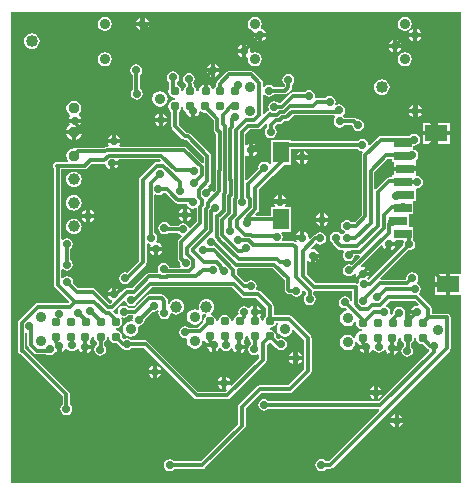
<source format=gbl>
%FSTAX23Y23*%
%MOMM*%
%SFA1B1*%

%IPPOS*%
%AMD12*
4,1,8,0.000000,0.508000,0.000000,0.508000,-0.508000,0.000000,-0.508000,0.000000,0.000000,-0.508000,0.000000,-0.508000,0.508000,0.000000,0.508000,0.000000,0.000000,0.508000,0.0*
1,1,1.016000,0.000000,0.000000*
1,1,1.016000,0.000000,0.000000*
1,1,1.016000,0.000000,0.000000*
1,1,1.016000,0.000000,0.000000*
%
G04~CAMADD=12~8~0.0~0.0~400.0~400.0~200.0~0.0~15~0.0~0.0~0.0~0.0~0~0.0~0.0~0.0~0.0~0~0.0~0.0~0.0~0.0~400.0~400.0*
%ADD12D12*%
%ADD31C,0.299999*%
%ADD32C,0.349999*%
%ADD37C,0.899998*%
%ADD38C,0.699999*%
%ADD39C,0.999998*%
%ADD40C,0.949998*%
%ADD41C,0.789998*%
%ADD42R,1.399997X1.799996*%
%ADD43R,1.399997X1.799996*%
%ADD44R,1.899996X1.399997*%
%ADD45R,1.499997X0.799998*%
%LNdatapcb-1*%
%LPD*%
G36*
X0Y-22166D02*
X-0093D01*
Y-23066*
Y-23966*
X0*
Y-39776*
X-00119Y-39895*
X-37994*
X-38099Y-39852*
Y0*
X0*
Y-22166*
G37*
%LNdatapcb-2*%
%LPC*%
G36*
X-0228Y-10441D02*
X-03255D01*
Y-11166*
X-0228*
Y-10441*
G37*
G36*
X-17628Y-11165D02*
Y-11516D01*
X-17277*
X-17285Y-11476*
X-17406Y-11294*
X-17588Y-11173*
X-17628Y-11165*
G37*
G36*
X-32973Y-10327D02*
X-33456D01*
X-33456Y-10329*
X-33388Y-10493*
X-33279Y-10634*
X-33138Y-10742*
X-32974Y-1081*
X-32973Y-1081*
Y-10327*
G37*
G36*
X-00955Y-10441D02*
X-0193D01*
Y-11166*
X-00955*
Y-10441*
G37*
G36*
X-17277Y-11866D02*
X-17628D01*
Y-12217*
X-17588Y-12209*
X-17406Y-12088*
X-17285Y-11906*
X-17277Y-11866*
G37*
G36*
X-04946Y-34762D02*
X-05297D01*
Y-35113*
X-05258Y-35105*
X-05076Y-34983*
X-04954Y-34801*
X-04946Y-34762*
G37*
G36*
X-05647Y-34061D02*
X-05687Y-34069D01*
X-05869Y-3419*
X-0599Y-34372*
X-05998Y-34412*
X-05647*
Y-34061*
G37*
G36*
Y-34762D02*
X-05998D01*
X-0599Y-34801*
X-05869Y-34983*
X-05687Y-35105*
X-05647Y-35113*
Y-34762*
G37*
G36*
X-25619Y-09294D02*
X-2597D01*
X-25962Y-09334*
X-2584Y-09516*
X-25658Y-09637*
X-25619Y-09645*
Y-09294*
G37*
G36*
X-32144Y-09383D02*
X-33196D01*
X-33188Y-09423*
X-33125Y-09518*
X-33138Y-09563*
X-33279Y-09671*
X-33388Y-09812*
X-33456Y-09976*
X-33456Y-09977*
X-3214*
X-3214Y-09976*
X-32208Y-09812*
X-32258Y-09747*
X-32274Y-09605*
X-32152Y-09423*
X-32144Y-09383*
G37*
G36*
X-32797Y-07511D02*
X-33041Y-0756D01*
X-33248Y-07698*
X-33386Y-07904*
X-33435Y-08148*
X-33386Y-08392*
X-33248Y-08599*
X-33112Y-0869*
X-3307Y-08802*
X-33089Y-08846*
X-33188Y-08994*
X-33196Y-09033*
X-32144*
X-32152Y-08994*
X-32274Y-08812*
X-32355Y-08757*
Y-08605*
X-32347Y-08599*
X-32209Y-08392*
X-3216Y-08148*
X-32209Y-07904*
X-32347Y-07698*
X-32553Y-0756*
X-32797Y-07511*
G37*
G36*
X-24918Y-09294D02*
X-25269D01*
Y-09645*
X-25229Y-09637*
X-25047Y-09516*
X-24926Y-09334*
X-24918Y-09294*
G37*
G36*
X-00955Y-09366D02*
X-0193D01*
Y-10091*
X-00955*
Y-09366*
G37*
G36*
X-29579Y-10414D02*
X-29619Y-10422D01*
X-29801Y-10543*
X-29922Y-10725*
X-2993Y-10765*
X-29579*
Y-10414*
G37*
G36*
X-3214Y-10327D02*
X-32623D01*
Y-1081*
X-32622Y-1081*
X-32458Y-10742*
X-32317Y-10634*
X-32208Y-10493*
X-3214Y-10329*
X-3214Y-10327*
G37*
G36*
X-0228Y-09366D02*
X-03255D01*
Y-10091*
X-0228*
Y-09366*
G37*
G36*
X-29229Y-10414D02*
Y-10765D01*
X-28878*
X-28886Y-10725*
X-29008Y-10543*
X-29189Y-10422*
X-29229Y-10414*
G37*
G36*
X-14208Y-28774D02*
X-14247Y-28782D01*
X-14429Y-28904*
X-14551Y-29086*
X-14559Y-29125*
X-14208*
Y-28774*
G37*
G36*
X-13858D02*
Y-29125D01*
X-13507*
X-13514Y-29086*
X-13636Y-28904*
X-13818Y-28782*
X-13858Y-28774*
G37*
G36*
X-14208Y-29475D02*
X-14559D01*
X-14551Y-29515*
X-14429Y-29697*
X-14247Y-29818*
X-14208Y-29826*
Y-29475*
G37*
G36*
X-13507D02*
X-13858D01*
Y-29826*
X-13818Y-29818*
X-13636Y-29697*
X-13514Y-29515*
X-13507Y-29475*
G37*
G36*
X-05345Y-28663D02*
X-05696D01*
Y-29014*
X-05656Y-29006*
X-05474Y-28884*
X-05353Y-28702*
X-05345Y-28663*
G37*
G36*
X-0128Y-23241D02*
X-02255D01*
Y-23966*
X-0128*
Y-23241*
G37*
G36*
Y-22166D02*
X-02255D01*
Y-22891*
X-0128*
Y-22166*
G37*
G36*
X-3134Y-28549D02*
X-31691D01*
Y-289*
X-31652Y-28892*
X-3147Y-28771*
X-31348Y-28589*
X-3134Y-28549*
G37*
G36*
X-08197Y-2854D02*
X-08548D01*
X-0854Y-2858*
X-08419Y-28762*
X-08237Y-28883*
X-08197Y-28891*
Y-2854*
G37*
G36*
X-06715Y-3239D02*
X-07066D01*
Y-32741*
X-07026Y-32733*
X-06844Y-32612*
X-06723Y-3243*
X-06715Y-3239*
G37*
G36*
X-07416Y-31689D02*
X-07455Y-31697D01*
X-07637Y-31819*
X-07759Y-32001*
X-07767Y-3204*
X-07416*
Y-31689*
G37*
G36*
X-05297Y-34061D02*
Y-34412D01*
X-04946*
X-04954Y-34372*
X-05076Y-3419*
X-05258Y-34069*
X-05297Y-34061*
G37*
G36*
X-07416Y-3239D02*
X-07767D01*
X-07759Y-3243*
X-07637Y-32612*
X-07455Y-32733*
X-07416Y-32741*
Y-3239*
G37*
G36*
X-07066Y-31689D02*
Y-3204D01*
X-06715*
X-06723Y-32001*
X-06844Y-31819*
X-07026Y-31697*
X-07066Y-31689*
G37*
G36*
X-26117Y-29925D02*
X-26156Y-29932D01*
X-26338Y-30054*
X-2646Y-30236*
X-26468Y-30276*
X-26117*
Y-29925*
G37*
G36*
X-25767D02*
Y-30276D01*
X-25416*
X-25424Y-30236*
X-25545Y-30054*
X-25727Y-29932*
X-25767Y-29925*
G37*
G36*
X-26117Y-30626D02*
X-26468D01*
X-2646Y-30665*
X-26338Y-30847*
X-26156Y-30969*
X-26117Y-30976*
Y-30626*
G37*
G36*
X-25416D02*
X-25767D01*
Y-30976*
X-25727Y-30969*
X-25545Y-30847*
X-25424Y-30665*
X-25416Y-30626*
G37*
G36*
X-25619Y-08593D02*
X-25658Y-08601D01*
X-2584Y-08723*
X-25962Y-08905*
X-2597Y-08944*
X-25619*
Y-08593*
G37*
G36*
X-03376Y-02129D02*
X-03727D01*
Y-0248*
X-03688Y-02472*
X-03506Y-02351*
X-03384Y-02169*
X-03376Y-02129*
G37*
G36*
X-04077D02*
X-04428D01*
X-0442Y-02169*
X-04299Y-02351*
X-04117Y-02472*
X-04077Y-0248*
Y-02129*
G37*
G36*
X-16536Y-02124D02*
X-16887D01*
Y-02475*
X-16847Y-02467*
X-16665Y-02345*
X-16544Y-02163*
X-16536Y-02124*
G37*
G36*
X-17237D02*
X-17588D01*
X-1758Y-02163*
X-17458Y-02345*
X-17276Y-02467*
X-17237Y-02475*
Y-02124*
G37*
G36*
X-05439Y-02376D02*
Y-02727D01*
X-05088*
X-05096Y-02687*
X-05218Y-02506*
X-054Y-02384*
X-05439Y-02376*
G37*
G36*
X-3637Y-01807D02*
X-36542Y-01829D01*
X-36702Y-01895*
X-3684Y-02001*
X-36945Y-02138*
X-37011Y-02298*
X-37034Y-0247*
X-37011Y-02642*
X-36945Y-02802*
X-3684Y-0294*
X-36702Y-03045*
X-36542Y-03111*
X-3637Y-03134*
X-36199Y-03111*
X-36038Y-03045*
X-35901Y-0294*
X-35796Y-02802*
X-35729Y-02642*
X-35707Y-0247*
X-35729Y-02298*
X-35796Y-02138*
X-35901Y-02001*
X-36038Y-01895*
X-36199Y-01829*
X-3637Y-01807*
G37*
G36*
X-05088Y-03077D02*
X-05439D01*
Y-03428*
X-054Y-0342*
X-05218Y-03299*
X-05096Y-03117*
X-05088Y-03077*
G37*
G36*
X-05789Y-02376D02*
X-05829Y-02384D01*
X-06011Y-02506*
X-06133Y-02687*
X-0614Y-02727*
X-05789*
Y-02376*
G37*
G36*
X-18589Y-02775D02*
X-18629Y-02783D01*
X-18811Y-02905*
X-18933Y-03087*
X-1894Y-03126*
X-18589*
Y-02775*
G37*
G36*
X-26465Y-01182D02*
X-26816D01*
Y-01533*
X-26776Y-01525*
X-26594Y-01403*
X-26473Y-01221*
X-26465Y-01182*
G37*
G36*
X-27166D02*
X-27517D01*
X-27509Y-01221*
X-27387Y-01403*
X-27205Y-01525*
X-27166Y-01533*
Y-01182*
G37*
G36*
X-26816Y-00481D02*
Y-00832D01*
X-26465*
X-26473Y-00792*
X-26594Y-0061*
X-26776Y-00489*
X-26816Y-00481*
G37*
G36*
X-27166D02*
X-27205Y-00489D01*
X-27387Y-0061*
X-27509Y-00792*
X-27517Y-00832*
X-27166*
Y-00481*
G37*
G36*
X-04784Y-00388D02*
X-05019Y-00434D01*
X-05217Y-00567*
X-0535Y-00765*
X-05396Y-00999*
X-0535Y-01234*
X-05217Y-01432*
X-05019Y-01565*
X-04784Y-01611*
X-0455Y-01565*
X-04352Y-01432*
X-04219Y-01234*
X-04173Y-00999*
X-04219Y-00765*
X-04352Y-00567*
X-0455Y-00434*
X-04784Y-00388*
G37*
G36*
X-03727Y-01428D02*
Y-01779D01*
X-03376*
X-03384Y-0174*
X-03506Y-01558*
X-03688Y-01436*
X-03727Y-01428*
G37*
G36*
X-04077D02*
X-04117Y-01436D01*
X-04299Y-01558*
X-0442Y-0174*
X-04428Y-01779*
X-04077*
Y-01428*
G37*
G36*
X-30184Y-00388D02*
X-30419Y-00434D01*
X-30617Y-00567*
X-3075Y-00765*
X-30796Y-00999*
X-3075Y-01234*
X-30617Y-01432*
X-30419Y-01565*
X-30184Y-01611*
X-2995Y-01565*
X-29752Y-01432*
X-29619Y-01234*
X-29573Y-00999*
X-29619Y-00765*
X-29752Y-00567*
X-2995Y-00434*
X-30184Y-00388*
G37*
G36*
X-17484D02*
X-17719Y-00434D01*
X-17917Y-00567*
X-1805Y-00765*
X-18096Y-00999*
X-1805Y-01234*
X-17917Y-01432*
X-17719Y-01565*
X-17608Y-01587*
X-1756Y-01704*
X-1758Y-01734*
X-17588Y-01774*
X-16536*
X-16544Y-01734*
X-16665Y-01552*
X-16847Y-01431*
X-16915Y-01417*
X-16964Y-013*
X-16919Y-01234*
X-16873Y-00999*
X-16919Y-00765*
X-17052Y-00567*
X-1725Y-00434*
X-17484Y-00388*
G37*
G36*
X-27518Y-04426D02*
X-27713Y-04465D01*
X-27878Y-04575*
X-27989Y-04741*
X-28028Y-04936*
X-27989Y-05131*
X-27878Y-05296*
X-27824Y-05333*
Y-06539*
X-27829Y-06543*
X-27939Y-06708*
X-27978Y-06903*
X-27939Y-07098*
X-27829Y-07264*
X-27663Y-07374*
X-27468Y-07413*
X-27273Y-07374*
X-27108Y-07264*
X-26997Y-07098*
X-26959Y-06903*
X-26997Y-06708*
X-27108Y-06543*
X-27212Y-06473*
Y-05333*
X-27157Y-05296*
X-27047Y-05131*
X-27008Y-04936*
X-27047Y-04741*
X-27157Y-04575*
X-27323Y-04465*
X-27518Y-04426*
G37*
G36*
X-25513Y-06699D02*
X-25766Y-06749D01*
X-2598Y-06892*
X-26123Y-07106*
X-26173Y-07359*
X-26123Y-07612*
X-2598Y-07826*
X-25766Y-07969*
X-25513Y-08019*
X-2526Y-07969*
X-25046Y-07826*
X-24903Y-07612*
X-24853Y-07359*
X-24903Y-07106*
X-25046Y-06892*
X-2526Y-06749*
X-25513Y-06699*
G37*
G36*
X-21191Y-05112D02*
X-21542D01*
X-21534Y-05152*
X-21412Y-05334*
X-2123Y-05455*
X-21191Y-05463*
Y-05112*
G37*
G36*
X-06738Y-057D02*
X-06909Y-05722D01*
X-0707Y-05789*
X-07207Y-05894*
X-07312Y-06032*
X-07379Y-06192*
X-07401Y-06364*
X-07379Y-06535*
X-07312Y-06695*
X-07207Y-06833*
X-0707Y-06938*
X-06909Y-07005*
X-06738Y-07027*
X-06566Y-07005*
X-06406Y-06938*
X-06268Y-06833*
X-06163Y-06695*
X-06097Y-06535*
X-06074Y-06364*
X-06097Y-06192*
X-06163Y-06032*
X-06268Y-05894*
X-06406Y-05789*
X-06566Y-05722*
X-06738Y-057*
G37*
G36*
X-037Y-07862D02*
Y-08213D01*
X-03349*
X-03357Y-08173*
X-03478Y-07991*
X-0366Y-0787*
X-037Y-07862*
G37*
G36*
X-0405Y-08563D02*
X-04401D01*
X-04393Y-08602*
X-04271Y-08784*
X-04089Y-08906*
X-0405Y-08914*
Y-08563*
G37*
G36*
X-25269Y-08593D02*
Y-08944D01*
X-24918*
X-24926Y-08905*
X-25047Y-08723*
X-25229Y-08601*
X-25269Y-08593*
G37*
G36*
X-0405Y-07862D02*
X-04089Y-0787D01*
X-04271Y-07991*
X-04393Y-08173*
X-04401Y-08213*
X-0405*
Y-07862*
G37*
G36*
X-03349Y-08563D02*
X-037D01*
Y-08914*
X-0366Y-08906*
X-03478Y-08784*
X-03357Y-08602*
X-03349Y-08563*
G37*
G36*
X-04784Y-03388D02*
X-05019Y-03434D01*
X-05217Y-03567*
X-0535Y-03765*
X-05396Y-03999*
X-0535Y-04234*
X-05217Y-04432*
X-05019Y-04565*
X-04784Y-04611*
X-0455Y-04565*
X-04352Y-04432*
X-04219Y-04234*
X-04173Y-03999*
X-04219Y-03765*
X-04352Y-03567*
X-0455Y-03434*
X-04784Y-03388*
G37*
G36*
X-18239Y-02775D02*
Y-03301D01*
Y-03827*
X-182Y-0382*
X-18188Y-03812*
X-18074Y-03888*
X-18096Y-03999*
X-1805Y-04234*
X-17917Y-04432*
X-17719Y-04565*
X-17484Y-04611*
X-1725Y-04565*
X-17052Y-04432*
X-16919Y-04234*
X-16873Y-03999*
X-16919Y-03765*
X-17052Y-03567*
X-1725Y-03434*
X-17484Y-03388*
X-17719Y-03434*
X-17756Y-03459*
X-1787Y-03383*
X-17854Y-03301*
X-17896Y-03087*
X-18018Y-02905*
X-182Y-02783*
X-18239Y-02775*
G37*
G36*
X-05789Y-03077D02*
X-0614D01*
X-06133Y-03117*
X-06011Y-03299*
X-05829Y-0342*
X-05789Y-03428*
Y-03077*
G37*
G36*
X-18589Y-03476D02*
X-1894D01*
X-18933Y-03516*
X-18811Y-03698*
X-18629Y-0382*
X-18589Y-03827*
Y-03476*
G37*
G36*
X-30184Y-03388D02*
X-30419Y-03434D01*
X-30617Y-03567*
X-3075Y-03765*
X-30796Y-03999*
X-3075Y-04234*
X-30617Y-04432*
X-30419Y-04565*
X-30184Y-04611*
X-2995Y-04565*
X-29752Y-04432*
X-29619Y-04234*
X-29573Y-03999*
X-29619Y-03765*
X-29752Y-03567*
X-2995Y-03434*
X-30184Y-03388*
G37*
G36*
X-17833Y-04969D02*
D01*
X-19625*
X-19742Y-04992*
X-19842Y-05058*
X-20649Y-05866*
X-20715Y-05965*
X-20739Y-06082*
Y-06273*
X-20826Y-06331*
X-20933Y-06491*
X-21027Y-06492*
X-21068Y-06483*
X-21194Y-06295*
X-21391Y-06163*
X-21448Y-06152*
Y-06724*
X-21798*
Y-06152*
X-21855Y-06163*
X-22052Y-06295*
X-22183Y-06492*
X-2223Y-06724*
X-22417*
X-2246Y-06511*
X-2258Y-06331*
X-22667Y-06273*
Y-0606*
X-2268Y-05994*
X-2259Y-05858*
X-22551Y-05663*
X-2259Y-05468*
X-227Y-05303*
X-22866Y-05192*
X-23061Y-05153*
X-23256Y-05192*
X-23421Y-05303*
X-23532Y-05468*
X-2357Y-05663*
X-23532Y-05858*
X-23421Y-06024*
X-23279Y-06119*
Y-06273*
X-23366Y-06331*
X-23486Y-06511*
X-23529Y-06724*
X-23687*
X-2373Y-06511*
X-2385Y-06331*
X-2403Y-06211*
X-241Y-06197*
Y-05936*
X-24045Y-05899*
X-23935Y-05734*
X-23896Y-05539*
X-23935Y-05344*
X-24045Y-05178*
X-24211Y-05068*
X-24406Y-05029*
X-24601Y-05068*
X-24766Y-05178*
X-24877Y-05344*
X-24916Y-05539*
X-24877Y-05734*
X-24766Y-05899*
X-24712Y-05936*
Y-06444*
X-24756Y-06511*
X-24799Y-06724*
X-24756Y-06937*
X-24636Y-07117*
X-24456Y-07237*
X-24243Y-0728*
Y-07438*
X-24456Y-07481*
X-24636Y-07601*
X-24756Y-07781*
X-24799Y-07994*
X-24756Y-08207*
X-24636Y-08387*
X-24549Y-08445*
Y-09682*
Y-09682*
X-24525Y-09799*
X-24459Y-09898*
X-23633Y-10725*
X-23534Y-10791*
X-23417Y-10814*
X-23296*
X-21798Y-12312*
Y-12745*
X-21916Y-12793*
X-23224Y-11485*
X-23324Y-11418*
X-23441Y-11395*
X-28894*
X-28962Y-11268*
X-28886Y-11155*
X-28878Y-11115*
X-2993*
X-29922Y-11155*
X-29846Y-11268*
X-29914Y-11395*
X-3003*
X-30147Y-11418*
X-30247Y-11485*
X-30262Y-115*
X-32448*
X-32565Y-11523*
X-32614Y-11556*
X-32799Y-11519*
X-33043Y-11568*
X-33249Y-11706*
X-33387Y-11913*
X-33436Y-12156*
X-33387Y-124*
X-33264Y-12584*
X-33304Y-12711*
X-34261*
X-34378Y-12735*
X-34477Y-12801*
X-34543Y-129*
X-34567Y-13017*
X-34543Y-13134*
X-34477Y-13234*
X-34468Y-13242*
Y-23082*
Y-23082*
X-34445Y-23199*
X-34379Y-23298*
X-33213Y-24463*
Y-2459*
X-33259Y-24636*
X-35863*
X-35863*
X-3598Y-24659*
X-36079Y-24726*
X-37442Y-26089*
X-37508Y-26188*
X-37532Y-26305*
Y-26305*
Y-28661*
X-37508Y-28778*
X-37442Y-28877*
X-37343Y-28944*
X-37279Y-28956*
X-33735Y-32501*
Y-3321*
X-33789Y-33247*
X-339Y-33412*
X-33939Y-33607*
X-339Y-33802*
X-33789Y-33968*
X-33624Y-34078*
X-33429Y-34117*
X-33234Y-34078*
X-33068Y-33968*
X-32958Y-33802*
X-32919Y-33607*
X-32958Y-33412*
X-33068Y-33247*
X-33123Y-3321*
Y-32374*
X-33146Y-32257*
X-33213Y-32158*
X-3692Y-2845*
Y-2718*
X-36798Y-27109*
X-36726Y-27147*
Y-28192*
X-36703Y-28309*
X-36636Y-28408*
X-36169Y-28875*
X-3607Y-28942*
X-35953Y-28965*
X-35139*
X-35057Y-2902*
X-34861Y-29059*
X-34666Y-2902*
X-34501Y-28909*
X-3439Y-28744*
X-34317Y-28714*
X-34233Y-2877*
X-34193Y-28778*
Y-28252*
X-33843*
Y-28778*
X-33803Y-2877*
X-33622Y-28648*
X-33522Y-285*
X-33412Y-28484*
X-33375Y-28491*
X-33311Y-28588*
X-33145Y-28699*
X-3295Y-28738*
X-32755Y-28699*
X-3259Y-28588*
X-32531Y-28501*
X-32397Y-28528*
X-32384Y-28589*
X-32263Y-28771*
X-32081Y-28892*
X-32041Y-289*
Y-28374*
X-31866*
Y-28199*
X-3134*
X-31348Y-2816*
X-31429Y-28039*
X-31463Y-27909*
X-31332Y-27713*
X-31286Y-27481*
X-31098*
X-31056Y-27693*
X-30935Y-27873*
X-30848Y-27932*
Y-28155*
X-30939Y-28215*
X-31049Y-28381*
X-31088Y-28576*
X-31049Y-28771*
X-30939Y-28936*
X-30773Y-29047*
X-30578Y-29086*
X-30383Y-29047*
X-30218Y-28936*
X-30107Y-28771*
X-30068Y-28576*
X-30107Y-28381*
X-30218Y-28215*
X-30237Y-28203*
Y-27932*
X-3015Y-27873*
X-30029Y-27693*
X-29987Y-27481*
X-29828*
X-29786Y-27693*
X-29665Y-27873*
X-29485Y-27994*
X-29272Y-28036*
X-292Y-28022*
X-28845Y-28377*
X-28737Y-28449*
X-28693Y-28457*
X-28663Y-28503*
X-28498Y-28614*
X-28302Y-28652*
X-28107Y-28614*
X-27942Y-28503*
X-27923Y-28474*
X-26853*
X-22626Y-32701*
X-22519Y-32773*
X-22392Y-32798*
X-19824*
X-19697Y-32773*
X-1959Y-32701*
X-1657Y-29681*
X-16498Y-29574*
X-16473Y-29447*
Y-28177*
X-16292Y-27996*
X-16219Y-2801*
X-16147Y-27996*
X-15792Y-28351*
X-15684Y-28422*
X-1564Y-28431*
X-1561Y-28477*
X-15444Y-28587*
X-15249Y-28626*
X-15054Y-28587*
X-14889Y-28477*
X-14778Y-28311*
X-1474Y-28116*
X-14778Y-27921*
X-14889Y-27756*
X-15054Y-27645*
X-15249Y-27607*
X-15444Y-27645*
X-15513Y-27691*
X-15678Y-27527*
X-15664Y-27454*
X-15706Y-27242*
X-15826Y-27061*
X-16007Y-26941*
X-16219Y-26899*
Y-2674*
X-16007Y-26698*
X-15826Y-26577*
X-15706Y-26397*
X-15692Y-26328*
X-15553*
X-15485Y-26455*
X-15559Y-26567*
X-1561Y-26819*
X-15559Y-27072*
X-15416Y-27286*
X-15202Y-27429*
X-14949Y-27479*
X-14697Y-27429*
X-14482Y-27286*
X-14339Y-27072*
X-14313Y-2694*
X-14175Y-26899*
X-13323Y-27751*
Y-30258*
X-14674Y-31609*
X-1707*
X-17197Y-31634*
X-17304Y-31706*
X-18822Y-33224*
X-18894Y-33332*
X-1892Y-33459*
Y-34891*
X-22063Y-38034*
X-24304*
X-24323Y-38005*
X-24489Y-37895*
X-24684Y-37856*
X-24879Y-37895*
X-25044Y-38005*
X-25155Y-38171*
X-25193Y-38366*
X-25155Y-38561*
X-25044Y-38726*
X-24879Y-38837*
X-24684Y-38876*
X-24489Y-38837*
X-24323Y-38726*
X-24304Y-38697*
X-21926*
X-21799Y-38672*
X-21692Y-386*
X-18354Y-35262*
X-18282Y-35155*
X-18257Y-35028*
Y-33596*
X-16933Y-32272*
X-14537*
X-1441Y-32247*
X-14302Y-32175*
X-12757Y-3063*
X-12686Y-30523*
X-1266Y-30396*
Y-27614*
X-12686Y-27487*
X-12757Y-27379*
X-14374Y-25762*
X-14482Y-25691*
X-14609Y-25665*
X-15888*
Y-24892*
X-15913Y-24766*
X-15985Y-24658*
X-16992Y-23652*
X-17099Y-2358*
X-17226Y-23555*
X-1731*
X-1737Y-23443*
X-17346Y-23406*
X-17307Y-23211*
X-17346Y-23016*
X-17456Y-22851*
X-17622Y-2274*
X-17817Y-22701*
X-18012Y-2274*
X-18177Y-22851*
X-18313Y-22826*
X-18983Y-22156*
Y-21828*
X-18986Y-21814*
X-18881Y-21687*
X-15956*
X-14961Y-22681*
Y-23526*
X-14938Y-23643*
X-14872Y-23742*
X-14795Y-23819*
Y-23819*
X-14695Y-23885*
X-14578Y-23908*
X-14347*
X-14311Y-23963*
X-14145Y-24074*
X-1395Y-24112*
X-13755Y-24074*
X-1359Y-23963*
X-13479Y-23798*
X-13446Y-23629*
X-13328Y-23567*
X-13146Y-23749*
Y-239*
X-13201Y-23937*
X-13312Y-24102*
X-1335Y-24297*
X-13312Y-24492*
X-13201Y-24658*
X-13036Y-24768*
X-12841Y-24807*
X-12646Y-24768*
X-1248Y-24658*
X-1237Y-24492*
X-12331Y-24297*
X-1237Y-24102*
X-1248Y-23937*
X-12535Y-239*
Y-23703*
X-12451Y-23602*
X-12411Y-23592*
X-09237*
Y-24508*
X-09364Y-2452*
X-0939Y-24388*
X-09501Y-24222*
X-09666Y-24112*
X-09861Y-24073*
X-10056Y-24112*
X-10222Y-24222*
X-10332Y-24388*
X-10371Y-24583*
X-10332Y-24778*
X-10222Y-24943*
X-10056Y-25054*
X-09861Y-25093*
X-09795Y-25079*
X-09705Y-25169*
X-09747Y-25307*
X-09879Y-25333*
X-10094Y-25476*
X-10237Y-2569*
X-10287Y-25943*
X-10237Y-26196*
X-10094Y-2641*
X-09879Y-26553*
X-09627Y-26603*
X-09374Y-26553*
X-0916Y-2641*
X-09019Y-262*
X-09016Y-26196*
X-08881Y-26162*
X-0888Y-26163*
X-08912Y-26324*
X-0887Y-26537*
X-0875Y-26717*
X-08569Y-26837*
X-08412Y-26869*
Y-26998*
X-08589Y-27034*
X-08786Y-27165*
X-08917Y-27362*
X-0896Y-27578*
X-09008Y-27602*
X-09088Y-27617*
X-0916Y-27508*
X-09374Y-27365*
X-09627Y-27315*
X-09879Y-27365*
X-10094Y-27508*
X-10237Y-27722*
X-10287Y-27975*
X-10237Y-28228*
X-10094Y-28442*
X-09879Y-28585*
X-09627Y-28635*
X-09374Y-28585*
X-0916Y-28442*
X-09017Y-28228*
X-08967Y-2798*
X-08952Y-2797*
X-08845Y-27934*
X-08786Y-28023*
X-08589Y-28155*
X-08543Y-28164*
X-08548Y-2819*
X-08022*
Y-28365*
X-07847*
Y-28891*
X-07808Y-28883*
X-07626Y-28762*
X-07527Y-28614*
X-07416Y-28598*
X-0738Y-28605*
X-07315Y-28702*
X-0715Y-28812*
X-06954Y-28851*
X-06759Y-28812*
X-06594Y-28702*
X-06536Y-28615*
X-06401Y-28641*
X-06389Y-28702*
X-06267Y-28884*
X-06085Y-29006*
X-06046Y-29014*
Y-28488*
X-05871*
Y-28313*
X-05345*
X-05353Y-28273*
X-05433Y-28153*
X-05468Y-28023*
X-05336Y-27826*
X-0529Y-27594*
X-05102*
X-0506Y-27807*
X-0494Y-27987*
X-04853Y-28045*
Y-28268*
X-04943Y-28329*
X-05054Y-28494*
X-05092Y-28689*
X-05054Y-28884*
X-04943Y-2905*
X-04778Y-2916*
X-04583Y-29199*
X-04387Y-2916*
X-04222Y-2905*
X-04112Y-28884*
X-04073Y-28689*
X-04112Y-28494*
X-04222Y-28329*
X-04241Y-28316*
Y-28045*
X-04154Y-27987*
X-04033Y-27807*
X-03991Y-27594*
X-03832*
X-0379Y-27807*
X-0367Y-27987*
X-03489Y-28107*
X-03277Y-2815*
X-03204Y-28135*
X-02849Y-2849*
X-02742Y-28562*
X-02697Y-28675*
X-02725Y-28731*
X-06925Y-32931*
X-16311*
X-1633Y-32902*
X-16495Y-32792*
X-16691Y-32753*
X-16886Y-32792*
X-17051Y-32902*
X-17162Y-33068*
X-172Y-33263*
X-17162Y-33458*
X-17051Y-33623*
X-16886Y-33734*
X-16691Y-33773*
X-16495Y-33734*
X-1633Y-33623*
X-16311Y-33594*
X-07008*
X-06973Y-33617*
X-06967Y-33624*
X-06934Y-33757*
X-11226Y-3805*
X-11438*
X-11474Y-37995*
X-1164Y-37885*
X-11835Y-37846*
X-1203Y-37885*
X-12195Y-37995*
X-12306Y-38161*
X-12345Y-38356*
X-12306Y-38551*
X-12195Y-38716*
X-1203Y-38827*
X-11835Y-38866*
X-1164Y-38827*
X-11474Y-38716*
X-11438Y-38662*
X-111*
Y-38662*
X-10983Y-38638*
X-10883Y-38572*
X-00993Y-28682*
X-00927Y-28582*
X-00903Y-28465*
Y-25864*
X-00927Y-25747*
X-00993Y-25648*
X-01092Y-25582*
X-01209Y-25558*
X-02511*
Y-25132*
X-02535Y-25015*
X-02601Y-24916*
X-03536Y-23981*
X-03569Y-23876*
X-03543Y-23806*
X-03465Y-2369*
X-03427Y-23494*
X-03465Y-23299*
X-03576Y-23134*
X-03741Y-23023*
X-03749Y-23022*
X-03769Y-22888*
X-03666Y-22734*
X-03627Y-22539*
X-03666Y-22344*
X-03776Y-22178*
X-03942Y-22068*
X-04137Y-22029*
X-04332Y-22068*
X-04497Y-22178*
X-04608Y-22344*
X-04647Y-22539*
X-04638Y-22581*
X-04725Y-22679*
X-06802*
X-06855Y-22552*
X-04466Y-20163*
X-04418Y-20173*
X-04223Y-20134*
X-04057Y-20024*
X-03947Y-19858*
X-03908Y-19663*
X-03947Y-19468*
X-04055Y-19306*
Y-18206*
X-04455*
Y-17106*
X-04055*
Y-16006*
X-03855*
Y-1502*
X-03729Y-14915*
X-03534Y-14876*
X-03368Y-14766*
X-03258Y-146*
X-03219Y-14405*
X-03258Y-1421*
X-03368Y-14045*
X-03534Y-13934*
X-03697Y-13902*
X-03735Y-13886*
X-03805Y-13781*
Y-13431*
X-05705*
Y-13806*
X-05855*
Y-14005*
X-06078*
X-06195Y-14029*
X-06294Y-14095*
X-07224Y-15025*
X-07298Y-1501*
X-07351Y-14978*
Y-13566*
X-06237Y-12452*
X-05855*
Y-12706*
X-05705*
Y-13081*
X-03805*
Y-12656*
X-03815Y-12529*
X-03781Y-12507*
X-03671Y-12341*
X-03632Y-12146*
X-03671Y-11951*
X-03781Y-11786*
X-03946Y-11675*
X-04055Y-11654*
Y-11373*
X-03989Y-11319*
X-03794Y-1128*
X-03629Y-1117*
X-03518Y-11005*
X-0348Y-10809*
X-03518Y-10614*
X-03629Y-10449*
X-03794Y-10338*
X-03989Y-103*
X-04185Y-10338*
X-0435Y-10449*
X-04386Y-10504*
X-06809*
X-06926Y-10527*
X-07025Y-10593*
X-07745Y-11313*
X-07863Y-11255*
X-07902Y-1106*
X-08012Y-10894*
X-08178Y-10784*
X-08373Y-10745*
X-08568Y-10784*
X-08733Y-10894*
X-0877Y-10949*
X-14405*
Y-10816*
X-16105*
Y-12869*
X-16232Y-12908*
X-16299Y-12807*
X-16465Y-12697*
X-1666Y-12658*
X-16855Y-12697*
X-1702Y-12807*
X-17131Y-12973*
X-1717Y-13168*
X-17157Y-13232*
X-18173Y-14249*
X-18291Y-142*
Y-12162*
X-18164Y-12111*
X-18018Y-12209*
X-17978Y-12217*
Y-11691*
Y-11165*
X-18018Y-11173*
X-18164Y-11271*
X-18291Y-1122*
Y-10327*
X-17892Y-09928*
X-17176*
Y-09928*
X-17059Y-09905*
X-1696Y-09839*
X-16517Y-09395*
X-16411Y-09466*
X-16434Y-09583*
Y-09762*
X-16489Y-09799*
X-16599Y-09964*
X-16638Y-10159*
X-16599Y-10355*
X-16489Y-1052*
X-16324Y-1063*
X-16128Y-10669*
X-15933Y-1063*
X-15768Y-1052*
X-15657Y-10355*
X-15619Y-10159*
X-15657Y-09964*
X-15768Y-09799*
X-15767Y-09654*
X-15577Y-09465*
X-15373*
X-15256Y-09441*
X-15157Y-09375*
X-15018Y-09236*
X-14801*
X-14801*
X-14684Y-09212*
X-14585Y-09146*
X-14185Y-08747*
X-10736*
X-10696Y-0879*
X-10647Y-0891*
X-10757Y-09075*
X-10796Y-0927*
X-10757Y-09466*
X-10647Y-09631*
X-10482Y-09741*
X-10286Y-0978*
X-10091Y-09741*
X-09926Y-09631*
X-09889Y-09576*
X-09233*
X-09195Y-0977*
X-09084Y-09935*
X-08919Y-10046*
X-08724Y-10085*
X-08528Y-10046*
X-08363Y-09935*
X-08253Y-0977*
X-08214Y-09575*
X-08253Y-0938*
X-08363Y-09214*
X-08528Y-09104*
X-08724Y-09065*
X-08829Y-09086*
X-08861Y-09054*
X-0896Y-08988*
X-09077Y-08965*
X-09889*
X-09926Y-0891*
X-10018Y-08848*
Y-08696*
X-09994Y-0868*
X-09884Y-08514*
X-09845Y-08319*
X-09884Y-08124*
X-09994Y-07959*
X-1016Y-07848*
X-10355Y-07809*
X-1055Y-07848*
X-10557Y-07853*
X-10565Y-07849*
X-1066Y-07769*
X-10628Y-07609*
X-10667Y-07414*
X-10777Y-07249*
X-10942Y-07138*
X-11138Y-07099*
X-11333Y-07138*
X-11498Y-07249*
X-11535Y-07303*
X-12173*
X-12279Y-07324*
X-12327Y-07295*
X-12392Y-07242*
X-12366Y-07114*
X-12405Y-06919*
X-12516Y-06754*
X-12681Y-06643*
X-12876Y-06605*
X-13071Y-06643*
X-13237Y-06754*
X-13273Y-06808*
X-14258*
X-14375Y-06832*
X-14474Y-06898*
X-153Y-07724*
X-15451*
X-15468Y-07698*
X-15634Y-07588*
X-15829Y-07549*
X-16024Y-07588*
X-16189Y-07698*
X-163Y-07864*
X-16339Y-08059*
X-163Y-08254*
Y-08256*
X-16363Y-08388*
X-16397Y-0841*
X-16663Y-08676*
X-1679Y-08624*
Y-07031*
X-16663Y-06992*
X-16642Y-07024*
X-16476Y-07134*
X-16281Y-07173*
X-16086Y-07134*
X-15921Y-07024*
X-15884Y-06969*
X-14918*
X-14801Y-06946*
X-14702Y-06879*
X-14422Y-06599*
X-14355Y-065*
X-14332Y-06383*
Y-06148*
X-14277Y-06111*
X-14167Y-05946*
X-14128Y-05751*
X-14167Y-05556*
X-14277Y-0539*
X-14443Y-0528*
X-14638Y-05241*
X-14833Y-0528*
X-14998Y-0539*
X-15109Y-05556*
X-15148Y-05751*
X-15109Y-05946*
X-14998Y-06111*
X-14961Y-06136*
X-14953Y-06265*
X-15045Y-06357*
X-15884*
X-15921Y-06303*
X-16086Y-06192*
X-16281Y-06153*
X-16476Y-06192*
X-16642Y-06303*
X-16663Y-06334*
X-1679Y-06295*
Y-06013*
X-16813Y-05896*
X-16879Y-05796*
Y-05796*
X-17617Y-05058*
X-17716Y-04992*
X-17833Y-04969*
G37*
G36*
X-2049Y-05112D02*
X-20841D01*
Y-05463*
X-20801Y-05455*
X-20619Y-05334*
X-20498Y-05152*
X-2049Y-05112*
G37*
G36*
X-20841Y-04411D02*
Y-04762D01*
X-2049*
X-20498Y-04722*
X-20619Y-04541*
X-20801Y-04419*
X-20841Y-04411*
G37*
G36*
X-21191D02*
X-2123Y-04419D01*
X-21412Y-04541*
X-21534Y-04722*
X-21542Y-04762*
X-21191*
Y-04411*
G37*
%LNdatapcb-3*%
%LPD*%
G36*
X-04856Y-19418D02*
X-04889Y-19468D01*
X-04928Y-19663*
X-04912Y-19743*
X-07829Y-22661*
X-07839Y-2266*
X-07955Y-22582*
Y-22544*
X-07833Y-22362*
X-07825Y-22322*
X-08351*
Y-21972*
X-07825*
X-07833Y-21933*
X-07955Y-21751*
X-08136Y-21629*
X-08351Y-21587*
X-08436Y-21604*
X-08499Y-21486*
X-06768Y-19756*
X-0663Y-19798*
X-06617Y-19864*
X-06496Y-20046*
X-06314Y-20167*
X-06274Y-20175*
Y-19649*
X-06099*
Y-19474*
X-05573*
X-05581Y-19435*
X-05592Y-19418*
X-05532Y-19306*
X-04916*
X-04856Y-19418*
G37*
G36*
X-18592Y-2412D02*
X-18484Y-24192D01*
X-18357Y-24217*
X-17537*
X-17536Y-24217*
X-17363*
X-16551Y-2503*
Y-2575*
X-16612Y-25791*
X-16733Y-25972*
X-16764Y-26129*
X-16894*
X-16929Y-25952*
X-1706Y-25756*
X-16971Y-25623*
X-16963Y-25583*
X-17489*
Y-25408*
X-17664*
Y-24882*
X-17704Y-2489*
X-17886Y-25011*
X-17895Y-25025*
X-18055Y-25036*
X-18171Y-24959*
X-18366Y-2492*
X-18562Y-24959*
X-18727Y-25069*
X-18837Y-25235*
X-18876Y-2543*
X-18859Y-25519*
X-18951Y-25667*
X-18972Y-25671*
X-19152Y-25791*
X-19273Y-25972*
X-19315Y-26184*
X-19474*
X-19516Y-25972*
X-19636Y-25791*
X-19817Y-25671*
X-20029Y-25629*
X-20242Y-25671*
X-20422Y-25791*
X-20543Y-25972*
X-20585Y-26184*
X-20744*
X-20786Y-25972*
X-20906Y-25791*
X-21087Y-25671*
X-21204Y-25648*
X-21227Y-25577*
Y-25514*
X-21107Y-25422*
X-21003Y-25286*
X-20937Y-25128*
X-20915Y-24958*
X-20937Y-24788*
X-21003Y-2463*
X-21107Y-24495*
X-21243Y-2439*
X-21401Y-24325*
X-2157Y-24302*
X-2174Y-24325*
X-21898Y-2439*
X-22034Y-24495*
X-22138Y-2463*
X-22204Y-24788*
X-22226Y-24958*
X-22205Y-25115*
X-22234Y-25147*
X-22313Y-25196*
X-22317Y-25193*
X-22569Y-25143*
X-22822Y-25193*
X-23036Y-25336*
X-23179Y-25551*
X-23229Y-25803*
X-23179Y-26056*
X-23036Y-2627*
X-22822Y-26413*
X-22569Y-26463*
X-22317Y-26413*
X-22102Y-2627*
X-21959Y-26056*
X-21909Y-25803*
X-2194Y-25646*
X-21829Y-25554*
X-2174Y-25591*
X-21641Y-25604*
X-2161Y-25737*
X-21692Y-25791*
X-21813Y-25972*
X-21855Y-26184*
X-21835Y-26287*
X-2228Y-26732*
X-23042*
X-23172Y-26645*
X-23367Y-26607*
X-23562Y-26645*
X-23727Y-26756*
X-23838Y-26921*
X-23877Y-27116*
X-23838Y-27311*
X-23727Y-27477*
X-23562Y-27587*
X-23367Y-27626*
X-23293Y-27611*
X-23203Y-27701*
X-23229Y-27835*
X-23179Y-28088*
X-23036Y-28302*
X-22822Y-28445*
X-22569Y-28495*
X-22317Y-28445*
X-22102Y-28302*
X-21959Y-28088*
X-2191Y-2784*
X-21895Y-2783*
X-21788Y-27794*
X-21728Y-27883*
X-21531Y-28015*
X-21486Y-28024*
X-21491Y-28051*
X-20965*
Y-28226*
X-2079*
Y-28752*
X-2075Y-28744*
X-20568Y-28622*
X-20469Y-28474*
X-20358Y-28458*
X-20322Y-28465*
X-20258Y-28562*
X-20092Y-28673*
X-19897Y-28711*
X-19702Y-28673*
X-19537Y-28562*
X-19478Y-28475*
X-19343Y-28502*
X-19331Y-28563*
X-1921Y-28745*
X-19028Y-28866*
X-18988Y-28874*
Y-28348*
X-18813*
Y-28173*
X-18287*
X-18295Y-28133*
X-18376Y-28013*
X-1841Y-27883*
X-18279Y-27686*
X-18233Y-27454*
X-18045*
X-18003Y-27667*
X-17882Y-27847*
X-17795Y-27905*
Y-28129*
X-17886Y-28189*
X-17996Y-28354*
X-18035Y-28549*
X-17996Y-28745*
X-17886Y-2891*
X-1772Y-2902*
X-17525Y-29059*
X-1733Y-2902*
X-17263Y-28976*
X-17136Y-29043*
Y-2931*
X-19451Y-31625*
X-19566Y-3156*
X-19565Y-31557*
X-19916*
Y-31908*
X-19913Y-31907*
X-19848Y-32022*
X-19961Y-32135*
X-22255*
X-26481Y-27908*
X-26589Y-27836*
X-26716Y-27811*
X-27923*
X-27942Y-27782*
X-28107Y-27672*
X-28302Y-27633*
X-28498Y-27672*
X-28567Y-27718*
X-28731Y-27553*
X-28717Y-27481*
X-28759Y-27268*
X-2888Y-27088*
X-2906Y-26967*
X-29272Y-26925*
Y-26766*
X-2906Y-26724*
X-2888Y-26603*
X-28759Y-26423*
X-28717Y-26211*
X-28759Y-25998*
X-28775Y-25974*
X-28699Y-25859*
X-28589Y-25881*
X-28393Y-25843*
X-28228Y-25732*
X-28192Y-25677*
X-27819*
X-27751Y-25804*
X-27795Y-25869*
X-27834Y-26065*
X-27824Y-26113*
X-27914Y-26203*
X-28002Y-26185*
X-28255Y-26236*
X-28469Y-26379*
X-28612Y-26593*
X-28663Y-26846*
X-28612Y-27098*
X-28469Y-27312*
X-28255Y-27455*
X-28002Y-27506*
X-2775Y-27455*
X-27536Y-27312*
X-27393Y-27098*
X-27342Y-26846*
X-27372Y-26694*
X-27363Y-2667*
X-27271Y-26564*
X-27129Y-26536*
X-26963Y-26425*
X-26853Y-2626*
X-26814Y-26065*
X-26814Y-26063*
X-261Y-25349*
X-26036Y-25361*
X-25841Y-25323*
X-25717Y-2524*
X-25671Y-25266*
X-25614Y-25324*
X-25648Y-25496*
X-2561Y-25691*
X-25499Y-25856*
X-25334Y-25967*
X-25139Y-26005*
X-24943Y-25967*
X-24778Y-25856*
X-24668Y-25691*
X-24636Y-25534*
X-24539Y-2548*
X-24505Y-25475*
X-24438Y-25526*
X-2428Y-25591*
X-2411Y-25614*
X-23941Y-25591*
X-23783Y-25526*
X-23647Y-25422*
X-23543Y-25286*
X-23477Y-25128*
X-23455Y-24958*
X-23477Y-24788*
X-23543Y-2463*
X-23647Y-24495*
X-23783Y-2439*
X-23941Y-24325*
X-2411Y-24302*
X-2428Y-24325*
X-24438Y-2439*
X-24574Y-24495*
X-24678Y-2463*
X-24706Y-24697*
X-24833Y-24672*
Y-24427*
X-24856Y-2431*
X-24922Y-24211*
X-25148Y-23985*
X-25247Y-23919*
X-25364Y-23896*
X-26422*
X-26539Y-23919*
X-26638Y-23985*
X-27718Y-25066*
X-28192*
X-28228Y-25011*
X-28393Y-24901*
X-28589Y-24862*
X-28784Y-24901*
X-28949Y-25011*
X-2906Y-25176*
X-29098Y-25372*
X-29078Y-25476*
X-29175Y-25605*
X-2924Y-2561*
X-29458Y-25391*
X-29422Y-25248*
X-29359Y-25205*
X-28572Y-24418*
X-28463Y-24438*
X-28435Y-24457*
X-2841Y-24579*
X-283Y-24744*
X-28135Y-24854*
X-27939Y-24893*
X-27744Y-24854*
X-27579Y-24744*
X-27468Y-24579*
X-27467Y-2457*
X-26219Y-23322*
X-1939*
X-18592Y-2412*
G37*
G36*
X-04206Y-2445D02*
D01*
X-03931*
X-03619Y-24763*
X-03681Y-2488*
X-03776Y-24861*
X-0399Y-24904*
X-04172Y-25025*
X-04294Y-25207*
X-04302Y-25247*
X-03776*
Y-25597*
X-04302*
X-04294Y-25637*
X-04293Y-25638*
X-04369Y-25753*
X-04372Y-25752*
Y-26324*
X-04722*
Y-25732*
X-04788Y-25639*
X-04749Y-25444*
X-04788Y-25249*
X-04899Y-25083*
X-05064Y-24973*
X-05259Y-24934*
X-05454Y-24973*
X-05619Y-25083*
X-0573Y-25249*
X-05769Y-25444*
X-05756Y-25508*
X-05881Y-25633*
X-05906Y-25629*
X-06006Y-25484*
X-05993Y-2542*
X-06032Y-25225*
X-06143Y-2506*
X-06308Y-24949*
X-06366Y-24938*
X-06408Y-248*
X-0605Y-24441*
X-04251*
X-04206Y-2445*
G37*
G36*
X-08733Y-11615D02*
X-08568Y-11726D01*
X-08373Y-11765*
X-08314Y-11882*
X-08323Y-11891*
X-0839Y-11991*
X-08413Y-12108*
Y-17171*
X-09034Y-17792*
X-09286*
X-09323Y-17737*
X-09488Y-17627*
X-09683Y-17588*
X-09878Y-17627*
X-10044Y-17737*
X-10154Y-17903*
X-10193Y-18098*
X-10154Y-18293*
X-10044Y-18458*
X-09878Y-18569*
X-09876Y-18569*
X-09865Y-18672*
X-09868Y-187*
X-10027Y-18806*
X-10039Y-18824*
X-10192*
X-10243Y-18747*
X-10409Y-18636*
X-10604Y-18598*
X-10799Y-18636*
X-10964Y-18747*
X-11075Y-18912*
X-11114Y-19107*
X-11075Y-19302*
X-10964Y-19468*
X-10901Y-1951*
X-10886Y-19582*
X-1082Y-19681*
X-10434Y-20067*
X-10335Y-20133*
X-10218Y-20156*
X-1*
X-09932Y-20283*
X-09995Y-20378*
X-10034Y-20573*
X-09995Y-20769*
X-09885Y-20934*
X-0972Y-21044*
X-09524Y-21083*
X-09329Y-21044*
X-09164Y-20934*
X-09053Y-20769*
X-09021Y-20606*
X-08663*
X-08609Y-20731*
X-09287Y-2141*
X-09309Y-21396*
X-09504Y-21357*
X-09699Y-21396*
X-09865Y-21506*
X-09975Y-21672*
X-10014Y-21867*
X-09975Y-22062*
X-09865Y-22227*
X-09699Y-22338*
X-09504Y-22376*
X-09309Y-22338*
X-09144Y-22227*
X-09033Y-22062*
X-09024Y-22061*
X-08912Y-22147*
X-08869Y-22362*
X-08748Y-22544*
X-0867Y-22596*
X-08635Y-22771*
X-0867Y-22825*
X-08692Y-22933*
X-088Y-22995*
X-08833Y-23*
X-08933Y-2298*
X-12316*
X-13098Y-22198*
Y-21065*
X-12993Y-21028*
X-12971Y-21024*
X-12793Y-21143*
X-12753Y-21151*
Y-20625*
X-12578*
Y-2045*
X-12052*
X-1206Y-2041*
X-12182Y-20229*
X-12364Y-20107*
X-12578Y-20064*
X-12641Y-20077*
X-12704Y-1996*
X-12297Y-19553*
X-12156Y-19647*
X-11961Y-19686*
X-11766Y-19647*
X-116Y-19536*
X-1149Y-19371*
X-11451Y-19176*
X-1149Y-18981*
X-116Y-18815*
X-11766Y-18705*
X-11961Y-18666*
X-12156Y-18705*
X-12321Y-18815*
X-12358Y-18871*
X-12469Y-18893*
X-12569Y-18959*
X-12812Y-19203*
X-12929Y-19141*
X-1292Y-19092*
X-12962Y-18878*
X-13084Y-18696*
X-13266Y-18574*
X-13306Y-18566*
Y-19092*
X-13481*
Y-19267*
X-14007*
X-13999Y-19307*
X-13927Y-19415*
X-14025Y-19495*
X-14038Y-19483*
X-14137Y-19417*
X-14254Y-19394*
X-15114*
X-15174Y-19282*
X-15149Y-19245*
X-15111Y-19049*
X-15149Y-18854*
X-15224Y-18743*
X-15157Y-18616*
X-14405*
Y-17655*
Y-16516*
X-14845*
X-14909Y-16389*
X-14822Y-16259*
X-14814Y-1622*
X-15866*
X-15858Y-16259*
X-15772Y-16389*
X-15836Y-16516*
X-16105*
Y-1726*
X-17388*
X-17437Y-17143*
X-17225Y-16932*
X-17159Y-16832*
X-17136Y-16715*
Y-15028*
X-16458Y-1435*
X-1595Y-13843*
X-15039Y-12931*
X-15029Y-12916*
X-14405*
Y-11561*
X-0877*
X-08733Y-11615*
G37*
G36*
X-25426Y-12551D02*
X-25474Y-12668D01*
X-25775*
X-25902Y-12694*
X-2601Y-12765*
X-27199Y-13955*
X-27271Y-14063*
X-27296Y-14189*
Y-21055*
X-2832Y-22078*
X-28461Y-2205*
X-28656Y-22089*
X-28822Y-22199*
X-28932Y-22364*
X-28971Y-2256*
X-28932Y-22755*
X-28822Y-2292*
X-28656Y-23031*
X-28461Y-23069*
X-28266Y-23031*
X-28101Y-2292*
X-2799Y-22755*
X-27973Y-22669*
X-26731Y-21426*
X-26659Y-21319*
X-26634Y-21192*
Y-19605*
X-26507Y-19537*
X-26433Y-19586*
X-26331Y-19607*
X-26275Y-19747*
X-26351Y-19862*
X-26359Y-19902*
X-25307*
X-25315Y-19862*
X-25437Y-1968*
X-25619Y-19559*
X-25761Y-1953*
X-25823Y-19394*
X-25767Y-19311*
X-25728Y-19115*
X-25767Y-1892*
X-25878Y-18755*
X-25998Y-18675*
Y-15492*
X-25886Y-15432*
X-25849Y-15456*
X-25653Y-15495*
X-25458Y-15456*
X-25293Y-15346*
X-25256Y-15291*
X-25057*
X-24745Y-15603*
X-24693Y-15682*
X-24236Y-16139*
X-24137Y-16205*
X-2402Y-16228*
X-23222*
X-23203Y-16324*
X-23093Y-16489*
X-22928Y-16599*
X-22732Y-16638*
X-22537Y-16599*
X-22495Y-16571*
X-22383Y-16631*
Y-17715*
X-22955Y-18287*
X-23077Y-1825*
X-23085Y-18206*
X-23196Y-18041*
X-23361Y-1793*
X-23556Y-17891*
X-23751Y-1793*
X-23917Y-18041*
X-23953Y-18095*
X-24663*
X-24687Y-18071*
X-2469Y-18069*
X-24785Y-17927*
X-2495Y-17816*
X-25145Y-17778*
X-25341Y-17816*
X-25506Y-17927*
X-25616Y-18092*
X-25655Y-18287*
X-25616Y-18483*
X-25506Y-18648*
X-25341Y-18758*
X-25145Y-18797*
X-2495Y-18758*
X-24854Y-18694*
X-2479Y-18707*
X-23953*
X-23917Y-18762*
X-23751Y-18872*
X-23708Y-18881*
X-23671Y-19002*
X-23925Y-19257*
X-23992Y-19356*
X-24015Y-19473*
Y-20904*
X-23992Y-21021*
X-23925Y-21121*
X-2382Y-21226*
X-23832Y-21291*
X-23794Y-21486*
X-23769Y-21523*
X-23829Y-21635*
X-24714*
X-24731Y-21551*
X-24841Y-21386*
X-25007Y-21275*
X-25202Y-21236*
X-25397Y-21275*
X-25562Y-21386*
X-25673Y-21551*
X-25712Y-21746*
X-25673Y-21941*
X-2565Y-21975*
X-2571Y-22087*
X-2643*
X-26547Y-2211*
X-26646Y-22177*
X-27873Y-23404*
X-28324*
X-28324*
X-28441Y-23427*
X-2854Y-23493*
X-2877Y-23724*
X-28831Y-23705*
X-28899Y-23673*
X-29011Y-23505*
X-29193Y-23384*
X-29233Y-23376*
Y-23902*
X-29408*
Y-24077*
X-29934*
X-29926Y-24117*
X-29804Y-24298*
X-29622Y-2442*
X-29602Y-24424*
X-29565Y-24546*
X-29702Y-24683*
X-29774*
X-30987Y-2347*
X-31086Y-23404*
X-31203Y-23381*
X-3241*
X-32848Y-22943*
X-32835Y-22879*
X-32874Y-22684*
X-32984Y-22518*
X-3315Y-22408*
X-33345Y-22369*
X-3354Y-22408*
X-33705Y-22518*
X-3373Y-22554*
X-33857Y-22516*
Y-21806*
X-3373Y-21768*
X-33585Y-21864*
X-3339Y-21903*
X-33195Y-21864*
X-3303Y-21754*
X-32919Y-21588*
X-3288Y-21393*
X-32919Y-21198*
X-3303Y-21033*
X-33095Y-20989*
Y-20081*
X-3304Y-20045*
X-32929Y-1988*
X-32891Y-19684*
X-32929Y-19489*
X-3304Y-19324*
X-33205Y-19213*
X-334Y-19175*
X-33596Y-19213*
X-3373Y-19303*
X-33857Y-19256*
Y-13323*
X-31891*
X-31774Y-133*
X-31675Y-13234*
X-31293Y-12852*
X-30239*
X-30218Y-12848*
X-30112Y-12918*
X-30093Y-13015*
X-29971Y-13197*
X-29789Y-13319*
X-2975Y-13327*
Y-12801*
X-29575*
Y-12626*
X-29049*
X-29057Y-12586*
X-29068Y-12569*
X-29008Y-12457*
X-2552*
X-25426Y-12551*
G37*
G36*
X-23533Y-08226D02*
X-23402Y-08423D01*
X-23267Y-08513*
X-23251Y-08596*
X-23129Y-08778*
X-22947Y-089*
X-22907Y-08907*
Y-08381*
X-22557*
Y-08907*
X-22518Y-089*
X-22336Y-08778*
X-22214Y-08596*
X-22189Y-08466*
X-2218Y-08458*
X-22049Y-08418*
X-21916Y-08507*
X-21703Y-0855*
X-216Y-08529*
X-20956Y-09173*
Y-09988*
X-20933Y-10105*
X-20867Y-10205*
X-20754Y-10317*
Y-13307*
X-20758Y-13313*
X-20782Y-1343*
Y-15045*
X-20946Y-15209*
X-21067Y-15173*
X-21071Y-15152*
X-21193Y-1497*
X-21375Y-14848*
X-21396Y-14844*
X-21432Y-14723*
X-21276Y-14566*
X-2121Y-14467*
X-21186Y-1435*
Y-12186*
X-2121Y-12069*
X-21276Y-11969*
X-22953Y-10292*
X-23053Y-10226*
X-2317Y-10202*
X-2329*
X-23937Y-09555*
Y-08445*
X-2385Y-08387*
X-2373Y-08207*
X-23698Y-08049*
X-23569*
X-23533Y-08226*
G37*
%LNdatapcb-4*%
%LPC*%
G36*
X-31772Y-16748D02*
X-31811Y-16755D01*
X-31993Y-16877*
X-32115Y-17059*
X-32123Y-17099*
X-31772*
Y-16748*
G37*
G36*
X-15515Y-15519D02*
X-15555Y-15527D01*
X-15737Y-15648*
X-15858Y-1583*
X-15866Y-1587*
X-15515*
Y-15519*
G37*
G36*
X-19916Y-30856D02*
Y-31207D01*
X-19565*
X-19573Y-31167*
X-19695Y-30985*
X-19877Y-30864*
X-19916Y-30856*
G37*
G36*
X-32799Y-15505D02*
X-32969Y-15527D01*
X-33127Y-15593*
X-33263Y-15697*
X-33367Y-15833*
X-33433Y-15991*
X-33455Y-1616*
X-33433Y-1633*
X-33367Y-16488*
X-33263Y-16624*
X-33127Y-16728*
X-32969Y-16794*
X-32799Y-16816*
X-3263Y-16794*
X-32472Y-16728*
X-32336Y-16624*
X-32232Y-16488*
X-32166Y-1633*
X-32144Y-1616*
X-32166Y-15991*
X-32232Y-15833*
X-32336Y-15697*
X-32472Y-15593*
X-3263Y-15527*
X-32799Y-15505*
G37*
G36*
X-23215Y-16666D02*
Y-17017D01*
X-22864*
X-22872Y-16977*
X-22993Y-16795*
X-23175Y-16674*
X-23215Y-16666*
G37*
G36*
X-23565D02*
X-23604Y-16674D01*
X-23786Y-16795*
X-23908Y-16977*
X-23916Y-17017*
X-23565*
Y-16666*
G37*
G36*
X-31422Y-16748D02*
Y-17099D01*
X-31071*
X-31079Y-17059*
X-312Y-16877*
X-31382Y-16755*
X-31422Y-16748*
G37*
G36*
X-20266Y-30856D02*
X-20306Y-30864D01*
X-20488Y-30985*
X-20609Y-31167*
X-20617Y-31207*
X-20266*
Y-30856*
G37*
G36*
X-12935Y-12493D02*
X-13286D01*
Y-12844*
X-13247Y-12837*
X-13065Y-12715*
X-12943Y-12533*
X-12935Y-12493*
G37*
G36*
X-13636D02*
X-13987D01*
X-1398Y-12533*
X-13858Y-12715*
X-13676Y-12837*
X-13636Y-12844*
Y-12493*
G37*
G36*
X-13286Y-11792D02*
Y-12143D01*
X-12935*
X-12943Y-12104*
X-13065Y-11922*
X-13247Y-118*
X-13286Y-11792*
G37*
G36*
X-13636D02*
X-13676Y-118D01*
X-13858Y-11922*
X-1398Y-12104*
X-13987Y-12143*
X-13636*
Y-11792*
G37*
G36*
X-15165Y-15519D02*
Y-1587D01*
X-14814*
X-14822Y-1583*
X-14944Y-15648*
X-15126Y-15527*
X-15165Y-15519*
G37*
G36*
X-20266Y-31557D02*
X-20617D01*
X-20609Y-31596*
X-20488Y-31778*
X-20306Y-319*
X-20266Y-31908*
Y-31557*
G37*
G36*
X-29049Y-12976D02*
X-294D01*
Y-13327*
X-2936Y-13319*
X-29178Y-13197*
X-29057Y-13015*
X-29049Y-12976*
G37*
G36*
X-32799Y-13505D02*
X-32969Y-13527D01*
X-33127Y-13593*
X-33263Y-13697*
X-33367Y-13833*
X-33433Y-13991*
X-33455Y-1416*
X-33433Y-1433*
X-33367Y-14488*
X-33263Y-14624*
X-33127Y-14728*
X-32969Y-14794*
X-32799Y-14816*
X-3263Y-14794*
X-32472Y-14728*
X-32336Y-14624*
X-32232Y-14488*
X-32166Y-1433*
X-32144Y-1416*
X-32166Y-13991*
X-32232Y-13833*
X-32336Y-13697*
X-32472Y-13593*
X-3263Y-13527*
X-32799Y-13505*
G37*
G36*
X-11957Y-17749D02*
X-12308D01*
X-123Y-17789*
X-12179Y-17971*
X-11997Y-18092*
X-11957Y-181*
Y-17749*
G37*
G36*
X-12052Y-208D02*
X-12403D01*
Y-21151*
X-12364Y-21143*
X-12182Y-21022*
X-1206Y-2084*
X-12052Y-208*
G37*
G36*
X-11256Y-17749D02*
X-11607D01*
Y-181*
X-11568Y-18092*
X-11386Y-17971*
X-11264Y-17789*
X-11256Y-17749*
G37*
G36*
X-29583Y-23376D02*
X-29622Y-23384D01*
X-29804Y-23505*
X-29926Y-23687*
X-29934Y-23727*
X-29583*
Y-23376*
G37*
G36*
X-26008Y-20252D02*
X-26359D01*
X-26351Y-20291*
X-2623Y-20473*
X-26048Y-20595*
X-26008Y-20603*
Y-20252*
G37*
G36*
X-05573Y-19824D02*
X-05924D01*
Y-20175*
X-05885Y-20167*
X-05703Y-20046*
X-05581Y-19864*
X-05573Y-19824*
G37*
G36*
X-13656Y-18566D02*
X-13695Y-18574D01*
X-13877Y-18696*
X-13999Y-18878*
X-14007Y-18917*
X-13656*
Y-18566*
G37*
G36*
X-25307Y-20252D02*
X-25658D01*
Y-20603*
X-25619Y-20595*
X-25437Y-20473*
X-25315Y-20291*
X-25307Y-20252*
G37*
G36*
X-32799Y-17505D02*
X-32969Y-17527D01*
X-33127Y-17593*
X-33263Y-17697*
X-33367Y-17833*
X-33433Y-17991*
X-33455Y-1816*
X-33433Y-1833*
X-33367Y-18488*
X-33263Y-18624*
X-33127Y-18728*
X-32969Y-18794*
X-32799Y-18816*
X-3263Y-18794*
X-32472Y-18728*
X-32336Y-18624*
X-32232Y-18488*
X-32166Y-1833*
X-32144Y-1816*
X-32166Y-17991*
X-32232Y-17833*
X-32336Y-17697*
X-32472Y-17593*
X-3263Y-17527*
X-32799Y-17505*
G37*
G36*
X-22864Y-17367D02*
X-23215D01*
Y-17718*
X-23175Y-1771*
X-22993Y-17588*
X-22872Y-17406*
X-22864Y-17367*
G37*
G36*
X-23565D02*
X-23916D01*
X-23908Y-17406*
X-23786Y-17588*
X-23604Y-1771*
X-23565Y-17718*
Y-17367*
G37*
G36*
X-11607Y-17048D02*
Y-17399D01*
X-11256*
X-11264Y-1736*
X-11386Y-17178*
X-11568Y-17056*
X-11607Y-17048*
G37*
G36*
X-11957D02*
X-11997Y-17056D01*
X-12179Y-17178*
X-123Y-1736*
X-12308Y-17399*
X-11957*
Y-17048*
G37*
G36*
X-18287Y-28523D02*
X-18638D01*
Y-28874*
X-18599Y-28866*
X-18417Y-28745*
X-18295Y-28563*
X-18287Y-28523*
G37*
G36*
X-17314Y-24882D02*
Y-25233D01*
X-16963*
X-16971Y-25193*
X-17093Y-25011*
X-17275Y-2489*
X-17314Y-24882*
G37*
G36*
X-31772Y-17449D02*
X-32123D01*
X-32115Y-17488*
X-31993Y-1767*
X-31811Y-17792*
X-31772Y-17799*
Y-17449*
G37*
G36*
X-2114Y-28401D02*
X-21491D01*
X-21483Y-2844*
X-21361Y-28622*
X-21179Y-28744*
X-2114Y-28752*
Y-28401*
G37*
G36*
X-31071Y-17449D02*
X-31422D01*
Y-17799*
X-31382Y-17792*
X-312Y-1767*
X-31079Y-17488*
X-31071Y-17449*
G37*
%LNdatapcb-5*%
%LPD*%
G54D12*
X-3637Y-0247D03*
X-06738Y-06364D03*
G54D31*
X-01209Y-28465D02*
Y-25864D01*
X-111Y-38356D02*
X-01209Y-28465D01*
X-11835Y-38356D02*
X-111D01*
X-33429Y-33607D02*
Y-32374D01*
X-37142Y-28661D02*
X-33429Y-32374D01*
X-37226Y-28661D02*
X-37142D01*
X-37226D02*
Y-26305D01*
X-35863Y-24942*
X-33132*
X-32717Y-24527*
X-34972Y-28659D02*
X-34861Y-28549D01*
X-35953Y-28659D02*
X-34972D01*
X-3642Y-28192D02*
X-35953Y-28659D01*
X-3642Y-28192D02*
Y-26772D01*
X-36576Y-26616D02*
X-3642Y-26772D01*
X-26422Y-24202D02*
X-25364D01*
X-27592Y-25372D02*
X-26422Y-24202D01*
X-28589Y-25372D02*
X-27592D01*
X-25364Y-24202D02*
X-25139Y-24427D01*
Y-25496D02*
Y-24427D01*
X-29901Y-24989D02*
X-29575D01*
X-28758Y-24171*
Y-24143D02*
X-28324Y-2371D01*
X-28758Y-24171D02*
Y-24143D01*
X-28324Y-2371D02*
X-27747D01*
X-2643Y-22393*
X-25475*
X-31203Y-23687D02*
X-29901Y-24989D01*
X-27249Y-26065D02*
X-26036Y-24852D01*
X-27324Y-26065D02*
X-27249D01*
X-32717Y-24527D02*
X-31063D01*
X-34162Y-23082D02*
X-32717Y-24527D01*
X-32537Y-23687D02*
X-31203D01*
X-33345Y-22879D02*
X-32537Y-23687D01*
X-30095Y-25495D02*
X-29787D01*
X-31063Y-24527D02*
X-30095Y-25495D01*
X-29787D02*
X-2932Y-25962D01*
X-31812Y-26211D02*
Y-26046D01*
X-32408Y-25451D02*
X-31812Y-26046D01*
X-34162Y-23082D02*
Y-13116D01*
X-22153Y-27038D02*
X-21299Y-26184D01*
X-23288Y-27038D02*
X-22153D01*
X-23367Y-27116D02*
X-23288Y-27038D01*
X-22421Y-22393D02*
X-21871Y-21843D01*
X-24929Y-22393D02*
X-22421D01*
X-24933Y-22396D02*
X-24929Y-22393D01*
X-25471Y-22396D02*
X-24933D01*
X-25475Y-22393D02*
X-25471Y-22396D01*
X-18759Y-26184D02*
X-18366Y-25791D01*
Y-2543*
X-30542Y-2854D02*
Y-27481D01*
X-30578Y-28576D02*
X-30542Y-2854D01*
X-33118Y-27516D02*
X-3295Y-27684D01*
Y-28228D02*
Y-27684D01*
X-17489Y-28514D02*
Y-27454D01*
X-17525Y-28549D02*
X-17489Y-28514D01*
X-20065Y-2749D02*
X-19897Y-27658D01*
Y-28202D02*
Y-27658D01*
X-06954Y-28341D02*
Y-27798D01*
X-07122Y-2763D02*
X-06954Y-27798D01*
X-04547Y-26324D02*
Y-26193D01*
X-03776Y-25422*
X-02817Y-25864D02*
X-01209D01*
X-03805Y-24144D02*
X-02817Y-25132D01*
Y-25864D02*
Y-25132D01*
X-03277Y-26324D02*
X-02817Y-25864D01*
X-08357Y-26324D02*
Y-26085D01*
X-09859Y-24583D02*
X-08357Y-26085D01*
X-09861Y-24583D02*
X-09859D01*
X-08931Y-24734D02*
Y-23288D01*
X-08933Y-23286D02*
X-08931Y-23288D01*
X-12443Y-23286D02*
X-08933D01*
X-0855Y-25115D02*
X-07919D01*
X-08931Y-24734D02*
X-0855Y-25115D01*
X-13404Y-22325D02*
X-12443Y-23286D01*
X-06546Y-25377D02*
X-06503Y-2542D01*
X-0741Y-25377D02*
X-06546D01*
X-08357Y-26324D02*
X-0741Y-25377D01*
X-04206Y-24144D02*
X-03805D01*
X-04215Y-24136D02*
X-04206Y-24144D01*
X-06176Y-24136D02*
X-04215D01*
X-0684Y-24799D02*
X-06176Y-24136D01*
X-05817Y-26002D02*
X-05259Y-25444D01*
X-05817Y-26324D02*
Y-26002D01*
X-07378Y-24799D02*
X-0684D01*
X-07384Y-24794D02*
X-07378Y-24799D01*
X-07598Y-24794D02*
X-07384D01*
X-07919Y-25115D02*
X-07598Y-24794D01*
X-04583Y-28689D02*
X-04547Y-28653D01*
Y-27594*
X-08281Y-24465D02*
Y-24402D01*
X-12841Y-24297D02*
Y-23622D01*
X-14026Y-22436D02*
X-12841Y-23622D01*
X-14026Y-22436D02*
Y-19927D01*
X-14578Y-23603D02*
X-1395D01*
X-14655Y-23526D02*
X-14578Y-23603D01*
X-07026Y-1526D02*
X-06078Y-14311D01*
X-06576Y-17201D02*
X-05869Y-16494D01*
X-06576Y-18263D02*
Y-17201D01*
X-07026Y-18077D02*
Y-1526D01*
X-088Y-19851D02*
X-07026Y-18077D01*
X-08614Y-20301D02*
X-06576Y-18263D01*
X-06126Y-17919D02*
X-05948Y-17741D01*
X-06126Y-18682D02*
Y-17919D01*
X-09311Y-21867D02*
X-06126Y-18682D01*
X-05869Y-16494D02*
X-04971D01*
X-04435Y-197D02*
Y-18851D01*
X-07756Y-2302D02*
X-04435Y-197D01*
X-08199Y-2302D02*
X-07756D01*
X-06078Y-14311D02*
X-04955D01*
Y-14356D02*
X-04906Y-14405D01*
X-03729*
X-13404Y-22325D02*
Y-20228D01*
X-12352Y-19176*
X-11961*
X-08107Y-17298D02*
Y-12108D01*
X-08907Y-18098D02*
X-08107Y-17298D01*
X-08961Y-19167D02*
X-07657Y-17863D01*
X-09667Y-19167D02*
X-08961D01*
X-07657Y-17863D02*
Y-13439D01*
X-09683Y-18098D02*
X-08907D01*
X-10604Y-19465D02*
Y-19107D01*
X-14254Y-19699D02*
X-14026Y-19927D01*
X-17595Y-19699D02*
X-14254D01*
X-17995Y-19299D02*
X-17595Y-19699D01*
X-1562Y-19049D02*
Y-19006D01*
X-15678Y-18948D02*
X-1562Y-19006D01*
X-17709Y-18948D02*
X-15678D01*
X-18214Y-1796D02*
Y-17488D01*
X-1816Y-17906D02*
X-1782Y-17566D01*
X-15255*
X-15157Y-11255D02*
X-08373D01*
X-15255Y-12715D02*
Y-11866D01*
X-17441Y-14901D02*
X-15255Y-12715D01*
X-17561Y-11449D02*
X-16764D01*
X-06364Y-12146D02*
X-04142D01*
X-07657Y-13439D02*
X-06364Y-12146D01*
X-18597Y-102D02*
X-18019Y-09622D01*
X-18597Y-16128D02*
Y-102D01*
X-19075Y-15743D02*
Y-10028D01*
X-1822Y-09172*
X-19531Y-155D02*
Y-14216D01*
X-19548Y-142D02*
X-19531Y-14216D01*
X-19981Y-15314D02*
Y-14403D01*
X-19998Y-14386D02*
X-19981Y-14403D01*
X-19548Y-142D02*
Y-09864D01*
X-19998Y-14386D02*
Y-09678D01*
X-2065Y-09988D02*
X-20448Y-10191D01*
Y-13403D02*
Y-10191D01*
X-20476Y-1343D02*
X-20448Y-13403D01*
X-19548Y-09864D02*
X-19405Y-09722D01*
X-19998Y-09678D02*
X-19993Y-09673D01*
X-20476Y-15172D02*
Y-1343D01*
X-20926Y-14703D02*
Y-12116D01*
X-21589Y-15366D02*
X-20926Y-14703D01*
X-21081Y-19399D02*
X-19099Y-21381D01*
X-18851Y-20931D02*
X-15575D01*
X-20515Y-19266D02*
X-18851Y-20931D01*
X-19099Y-21381D02*
X-15829D01*
X-14655Y-22555*
X-15575Y-20931D02*
X-1531Y-21197D01*
X-14746*
Y-21255D02*
Y-21197D01*
X-14655Y-23526D02*
Y-22555D01*
X-23709Y-20904D02*
X-23323Y-21291D01*
X-23709Y-20904D02*
Y-19473D01*
X-22077Y-17841*
Y-16487*
X-2479Y-18401D02*
X-23556D01*
X-24903Y-18287D02*
X-2479Y-18401D01*
X-23241Y-20453D02*
Y-19959D01*
X-21627Y-18345D02*
Y-16673D01*
X-23241Y-19959D02*
X-21627Y-18345D01*
X-2402Y-15922D02*
X-22684D01*
X-24477Y-15466D02*
X-2402Y-15922D01*
X-24477Y-15466D02*
Y-1544D01*
X-24931Y-14985D02*
X-24477Y-1544D01*
X-25653Y-14985D02*
X-24931D01*
X-32799Y-12156D02*
X-32448Y-11806D01*
X-30135*
X-3003Y-11701*
X-23441*
X-21991Y-1315*
Y-13729D02*
Y-1315D01*
Y-13729D02*
X-21942Y-13778D01*
X-22605Y-14441D02*
X-21942Y-13778D01*
X-22605Y-14477D02*
Y-14441D01*
X-22239Y-15097D02*
X-21492Y-1435D01*
X-22239Y-15636D02*
Y-15097D01*
X-17441Y-16715D02*
Y-14901D01*
X-18214Y-17488D02*
X-17441Y-16715D01*
X-18214Y-1796D02*
X-1816Y-17906D01*
X-19557Y-18541D02*
Y-17558D01*
X-20091Y-1682D02*
Y-15424D01*
X-20558Y-17286D02*
X-20091Y-1682D01*
X-19641Y-17006D02*
Y-1561D01*
X-20217Y-17582D02*
X-19641Y-17006D01*
X-19191Y-17192D02*
Y-15859D01*
X-19557Y-17558D02*
X-19191Y-17192D01*
X-18974Y-17611D02*
X-17891Y-16529D01*
X-18974Y-18185D02*
Y-17611D01*
Y-18185D02*
X-1831Y-18849D01*
X-18895Y-19299D02*
X-17995D01*
X-18922Y-19272D02*
X-18895Y-19299D01*
X-17809Y-18849D02*
X-17709Y-18948D01*
X-1831Y-18849D02*
X-17809D01*
X-21477Y-16174D02*
X-20476Y-15172D01*
X-20091Y-15424D02*
X-19981Y-15314D01*
X-19641Y-1561D02*
X-19531Y-155D01*
X-19191Y-15859D02*
X-19075Y-15743D01*
X-18091Y-14599D02*
X-1666Y-13168D01*
X-18091Y-15659D02*
Y-14599D01*
Y-15659D02*
X-17891Y-15859D01*
Y-16529D02*
Y-15859D01*
X-21927Y-16337D02*
Y-15948D01*
X-21477Y-16523D02*
Y-16174D01*
X-22239Y-15636D02*
X-21927Y-15948D01*
X-22732Y-16128D02*
Y-1597D01*
X-22684Y-15922*
X-25393Y-12151D02*
X-24149Y-13395D01*
X-29844Y-12151D02*
X-25393D01*
X-22732Y-10309D02*
X-20926Y-12116D01*
X-22732Y-10309D02*
Y-08381D01*
X-21492Y-1435D02*
Y-12186D01*
X-2317Y-10508D02*
X-21492Y-12186D01*
X-23417Y-10508D02*
X-2317D01*
X-22077Y-16487D02*
X-21927Y-16337D01*
X-21627Y-16673D02*
X-21477Y-16523D01*
X-20954Y-16636D02*
X-20827D01*
X-20667Y-17286D02*
X-20558D01*
X-20667Y-1908D02*
Y-17286D01*
X-20217Y-18894D02*
Y-17582D01*
X-21177Y-16859D02*
X-20954Y-16636D01*
X-20515Y-19266D02*
Y-19232D01*
X-20065Y-1908D02*
X-18879Y-20266D01*
X-20065Y-1908D02*
Y-19046D01*
X-20217Y-18894D02*
X-20065Y-19046D01*
X-20667Y-1908D02*
X-20515Y-19232D01*
X-18582Y-20266D02*
X-18264Y-19949D01*
X-18879Y-20266D02*
X-18582D01*
X-20924Y-20192D02*
X-19289Y-21828D01*
X-21843Y-20192D02*
X-20924D01*
X-21177Y-18532D02*
Y-16859D01*
X-22729Y-20083D02*
X-21177Y-18532D01*
X-19289Y-22283D02*
Y-21828D01*
X-20304Y-21764D02*
Y-21574D01*
Y-21764D02*
X-20127Y-21942D01*
X-21762Y-21193D02*
X-20685D01*
X-21871Y-21843D02*
X-21081D01*
X-21051Y-21874*
X-18361Y-23211D02*
X-17817D01*
X-19289Y-22283D02*
X-18361Y-23211D01*
X-22729Y-20226D02*
X-21762Y-21193D01*
X-20685D02*
X-20304Y-21574D01*
X-22729Y-20226D02*
Y-20083D01*
X-25024Y-18408D02*
X-24903Y-18287D01*
X-23241Y-20453D02*
X-22673Y-21021D01*
Y-2156D02*
Y-21021D01*
X-23053Y-21941D02*
X-22673Y-2156D01*
X-25202Y-21941D02*
X-23053D01*
X-25145Y-18287D02*
X-25024Y-18408D01*
X-26303Y-1905D02*
X-26238Y-19115D01*
X-26303Y-1905D02*
Y-14483D01*
X-24243Y-09682D02*
X-23417Y-10508D01*
X-24243Y-09682D02*
Y-07994D01*
X-3142Y-12546D02*
X-30239D01*
X-29844Y-12151*
X-34261Y-13017D02*
X-34162Y-13116D01*
X-334Y-21307D02*
Y-19684D01*
X-09504Y-21867D02*
X-09311D01*
X-31891Y-13017D02*
X-3142Y-12546D01*
X-34261Y-13017D02*
X-31891D01*
X-334Y-21307D02*
X-33352Y-21355D01*
X-20433Y-06724D02*
Y-06082D01*
X-19625Y-05275*
X-17833*
X-17095Y-06013*
X-22973Y-06724D02*
Y-0606D01*
X-27518Y-06854D02*
Y-04936D01*
X-24149Y-13395D02*
X-22666D01*
X-22641Y-13419*
X-26303Y-14483D02*
X-25496Y-13675D01*
X-19509Y-07994D02*
X-19163D01*
X-19738Y-08223D02*
X-19509Y-07994D01*
X-19405Y-09094D02*
X-19397Y-09102D01*
X-19738Y-08282D02*
Y-08223D01*
X-19397Y-09102D02*
X-19185Y-08889D01*
X-13098Y-07985D02*
X-13093Y-07991D01*
X-10476Y-08441D02*
X-10355Y-08319D01*
X-14638Y-06383D02*
Y-05751D01*
X-08107Y-12108D02*
X-06809Y-10809D01*
X-07109Y-24226D02*
Y-24149D01*
Y-24226D02*
X-06378Y-23494D01*
X-03936*
X-04583Y-22985D02*
X-04137Y-22539D01*
X-06864Y-22985D02*
X-04583D01*
X-08281Y-24402D02*
X-06864Y-22985D01*
X-10604Y-19465D02*
X-10218Y-19851D01*
X-088*
X-09524Y-20573D02*
X-09252Y-20301D01*
X-08614*
X-18414Y-03301D02*
X-17062Y-01949D01*
X-05614Y-02902D02*
X-04667Y-01954D01*
X-03902*
X-19405Y-09722D02*
Y-09094D01*
X-19993Y-09673D02*
D01*
X-202Y-09466D02*
X-19993Y-09673D01*
X-202Y-09466D02*
Y-08744D01*
X-19738Y-08282*
X-21703Y-07994D02*
X-2065Y-09046D01*
X-19185Y-08889D02*
X-19176D01*
X-2065Y-09988D02*
Y-09046D01*
X-06809Y-10809D02*
X-03989D01*
X-24406Y-0666D02*
Y-05539D01*
Y-0666D02*
X-24168Y-06898D01*
X-17803Y-11691D02*
X-17561Y-11449D01*
X-14918Y-06663D02*
X-14638Y-06383D01*
X-16281Y-06663D02*
X-14918D01*
X-1618Y-08627D02*
D01*
X-16098Y-08709*
X-17095Y-08705D02*
Y-06013D01*
X-1822Y-09172D02*
X-17563D01*
X-17095Y-08705*
X-18019Y-09622D02*
X-17176D01*
X-1618Y-08627*
X-15829Y-08059D02*
X-158Y-0803D01*
X-15174*
X-1556Y-08709D02*
X-15331Y-0848D01*
X-14987*
X-16128Y-09583D02*
X-15704Y-09159D01*
X-15373*
X-15144Y-0893*
X-14801*
X-14312Y-08441*
X-16098Y-08709D02*
X-1556D01*
X-14312Y-08441D02*
X-10476D01*
X-14987Y-0848D02*
X-14493Y-07985D01*
X-13098*
X-16128Y-10159D02*
Y-09583D01*
X-13093Y-07991D02*
X-12554D01*
X-12173Y-07609*
X-11138*
X-14258Y-07114D02*
X-12876D01*
X-15174Y-0803D02*
X-14258Y-07114D01*
X-09077Y-0927D02*
X-08724Y-09624D01*
X-10286Y-0927D02*
X-09077D01*
G54D32*
X-16804Y-29447D02*
Y-28039D01*
X-19824Y-32466D02*
X-16804Y-29447D01*
X-22392Y-32466D02*
X-19824D01*
X-1707Y-3194D02*
X-14537D01*
X-18588Y-33459D02*
X-1707Y-3194D01*
X-18588Y-35028D02*
Y-33459D01*
X-21926Y-38366D02*
X-18588Y-35028D01*
X-14609Y-25997D02*
X-12992Y-27614D01*
Y-30396D02*
Y-27614D01*
X-14537Y-3194D02*
X-12992Y-30396D01*
X-24684Y-38366D02*
X-21926D01*
X-16804Y-28039D02*
X-16219Y-27454D01*
X-26716Y-28143D02*
X-22392Y-32466D01*
X-28302Y-28143D02*
X-26716D01*
X-20091Y-29393D02*
X-19505D01*
X-20546D02*
X-20091D01*
Y-31382D02*
Y-29393D01*
X-20965Y-28974D02*
X-20546Y-29393D01*
X-16691Y-33263D02*
X-06893D01*
X-06841Y-33315*
X-02307Y-28781*
Y-28256*
X-07241Y-30211D02*
X-06504Y-29474D01*
X-07241Y-32215D02*
Y-30211D01*
X-28461Y-22688D02*
X-26965Y-21192D01*
X-28182Y-23235D02*
X-27786Y-22839D01*
X-28574Y-23235D02*
X-28182D01*
X-27939Y-24383D02*
X-27749D01*
X-26356Y-22991*
X-19252*
X-29408Y-23902D02*
X-29241D01*
X-28574Y-23235*
X-27786Y-22839D02*
X-27774D01*
X-25833Y-20898*
Y-20077*
X-28461Y-22688D02*
Y-2256D01*
X-34018Y-29D02*
Y-28252D01*
X-30542Y-26211D02*
Y-26175D01*
X-3142Y-25297D02*
X-30542Y-26175D01*
X-16219Y-25997D02*
X-14609D01*
X-16219D02*
Y-24892D01*
Y-26184D02*
Y-25997D01*
X-19252Y-22991D02*
X-18357Y-23886D01*
X-17537D02*
X-17537Y-23886D01*
X-18357Y-23886D02*
X-17537D01*
X-17537Y-23886D02*
X-17226D01*
X-16219Y-24892*
X-17489Y-26184D02*
Y-25408D01*
X-31892Y-28348D02*
Y-27481D01*
Y-28348D02*
X-31866Y-28374D01*
X-33658Y-2936D02*
X-325D01*
X-31866Y-28727*
Y-28374*
X-34018Y-29D02*
X-33658Y-2936D01*
X-34352Y-27917D02*
X-34018Y-28252D01*
X-34352Y-27917D02*
Y-27481D01*
X-29272D02*
X-2861Y-28143D01*
X-28302*
X-32558Y-29419D02*
X-325Y-2936D01*
X-18839Y-28322D02*
Y-27454D01*
Y-28322D02*
X-18813Y-28348D01*
X-19447Y-29334D02*
X-18813Y-28701D01*
Y-28348*
X-20965Y-28974D02*
Y-28226D01*
X-21299Y-27891D02*
X-20965Y-28226D01*
X-21299Y-27891D02*
Y-27454D01*
X-16219D02*
X-15557Y-28116D01*
X-15249*
X-02992Y-21374D02*
X-00898Y-23468D01*
X-08898Y-22714D02*
X-06099Y-19915D01*
X-02615Y-28256D02*
X-02307D01*
X-03277Y-27594D02*
X-02615Y-28256D01*
X-08357Y-28031D02*
Y-27594D01*
Y-28031D02*
X-08022Y-28365D01*
Y-29114D02*
Y-28365D01*
Y-29114D02*
X-07663Y-29474D01*
X-05871Y-2884D02*
Y-28488D01*
X-06504Y-29474D02*
X-05871Y-2884D01*
X-07663Y-29474D02*
X-06504D01*
X-05897Y-28462D02*
X-05871Y-28488D01*
X-05897Y-28462D02*
Y-27594D01*
X-06099Y-19915D02*
Y-19649D01*
X-12578Y-20625D02*
X-10489Y-22714D01*
X-23827Y-15196D02*
Y-14389D01*
X-25216Y-13D02*
X-23827Y-14389D01*
X-26965Y-21192D02*
Y-14189D01*
X-3267Y-09438D02*
X-31169Y-1094D01*
X-3267Y-09438D02*
Y-09208D01*
X-31169Y-1094D02*
X-29404D01*
X-29575Y-13096D02*
Y-12801D01*
X-31597Y-20899D02*
Y-17273D01*
X-31715Y-21017D02*
X-31597Y-20899D01*
X-29222Y-17273D02*
Y-13448D01*
X-31597Y-17273D02*
X-29222D01*
X-29575Y-13096D02*
X-29222Y-13448D01*
X-25775Y-13D02*
X-25216D01*
X-26965Y-14189D02*
X-25775Y-13D01*
X-21623Y-05544D02*
X-21016Y-04937D01*
X-25444Y-09119D02*
Y-08591D01*
X-26335Y-077D02*
X-25444Y-08591D01*
X-26335Y-077D02*
Y-06213D01*
X-25287Y-05164*
X-22249Y-05809D02*
X-21679D01*
X-21623Y-06724D02*
Y-05544D01*
X-10489Y-22714D02*
X-08898D01*
X-25287Y-05164D02*
Y-02689D01*
X-26991Y-01007D02*
Y-00985D01*
X-25287Y-02689*
X-02992Y-18009D02*
X-02988Y-18005D01*
X-03989Y-13209D02*
X-02988D01*
Y-18005D02*
Y-13209D01*
Y-11609*
X-03875Y-08388D02*
X-03424D01*
X-02114Y-09697*
Y-10736D02*
Y-09697D01*
X-02988Y-11609D02*
X-02114Y-10736D01*
X-02992Y-21374D02*
Y-18009D01*
X-22249Y-05809D02*
Y-0552D01*
X-24986Y-04864D02*
X-22905D01*
X-25287Y-05164D02*
X-24986Y-04864D01*
X-22905D02*
X-22249Y-0552D01*
G54D37*
X-28002Y-26846D03*
X-35622Y-2583D03*
Y-27862D03*
X-14949Y-26819D03*
X-22569Y-25803D03*
Y-27835D03*
X-02007Y-26959D03*
X-09627Y-25943D03*
Y-27975D03*
X-30184Y-00999D03*
Y-03999D03*
X-17484Y-00999D03*
Y-03999D03*
X-04784Y-00999D03*
Y-03999D03*
X-17893Y-06343D03*
Y-08375D03*
X-25513Y-07359D03*
G54D38*
X-25942Y-3045D03*
X-14033Y-293D03*
X-20091Y-31382D03*
X-16691Y-33263D03*
X-07241Y-32215D03*
X-33429Y-33607D03*
X-36576Y-26616D03*
X-34861Y-28549D03*
X-25139Y-25496D03*
X-25833Y-20077D03*
X-29408Y-23902D03*
X-27939Y-24383D03*
X-28461Y-2256D03*
X-28589Y-25372D03*
X-26036Y-24852D03*
X-27324Y-26065D03*
X-34029Y-25592D03*
X-34018Y-28252D03*
X-3142Y-25297D03*
X-32408Y-25451D03*
X-24684Y-38366D03*
X-23367Y-27116D03*
X-17489Y-25408D03*
X-18366Y-2543D03*
X-30578Y-28576D03*
X-31866Y-28374D03*
X-28302Y-28143D03*
X-3295Y-28228D03*
X-17525Y-28549D03*
X-18813Y-28348D03*
X-15249Y-28116D03*
X-20965Y-28226D03*
X-19897Y-28202D03*
X-06954Y-28341D03*
X-08022Y-28365D03*
X-03776Y-25422D03*
X-05472Y-34587D03*
X-11835Y-38356D03*
X-02307Y-28256D03*
X-09861Y-24583D03*
X-06503Y-2542D03*
X-05259Y-25444D03*
X-05871Y-28488D03*
X-04583Y-28689D03*
X-08281Y-24465D03*
X-1395Y-23603D03*
X-12841Y-24297D03*
X-04971Y-16494D03*
X-05833Y-17747D03*
X-06099Y-19649D03*
X-03729Y-14405D03*
X-13481Y-19092D03*
X-11961Y-19176D03*
X-09683Y-18098D03*
X-10604Y-19107D03*
X-12578Y-20625D03*
X-1562Y-19049D03*
X-03989Y-10809D03*
X-04142Y-12146D03*
X-05565Y-15591D03*
X-2339Y-17192D03*
X-11782Y-17574D03*
X-14746Y-21255D03*
X-23556Y-18401D03*
X-22605Y-14477D03*
X-23827Y-15196D03*
X-1816Y-17906D03*
X-22732Y-16128D03*
X-21589Y-15366D03*
X-13461Y-12318D03*
X-20827Y-16636D03*
X-19557Y-18541D03*
X-18541Y-16128D03*
X-18264Y-19949D03*
X-18922Y-19303D03*
X-20127Y-21942D03*
X-21051Y-21874D03*
X-21165Y-19501D03*
X-21843Y-20192D03*
X-23323Y-21291D03*
X-25202Y-21746D03*
X-25145Y-18287D03*
X-26238Y-19115D03*
X-29404Y-1094D03*
X-22732Y-08381D03*
X-29575Y-12801D03*
X-17817Y-23211D03*
X-33345Y-22879D03*
X-334Y-19684D03*
X-3339Y-21393D03*
X-09504Y-21867D03*
X-31597Y-17273D03*
X-1666Y-13168D03*
X-18927Y-06195D03*
X-3267Y-09208D03*
X-27468Y-06903D03*
X-27518Y-04936D03*
X-25496Y-13675D03*
X-22641Y-13419D03*
X-25653Y-14985D03*
X-10355Y-08319D03*
X-14638Y-05751D03*
X-1534Y-16045D03*
X-21016Y-04937D03*
X-25444Y-09119D03*
X-11138Y-07609D03*
X-08724Y-09575D03*
X-08373Y-11255D03*
X-07109Y-24149D03*
X-04137Y-22539D03*
X-03936Y-23494D03*
X-08199Y-2302D03*
X-09667Y-19167D03*
X-09524Y-20573D03*
X-26991Y-01007D03*
X-18414Y-03301D03*
X-17062Y-01949D03*
X-05614Y-02902D03*
X-03902Y-01954D03*
X-08351Y-22147D03*
X-19176Y-08889D03*
X-03875Y-08388D03*
X-04418Y-19663D03*
X-23061Y-05663D03*
X-24406Y-05539D03*
X-17803Y-11691D03*
X-16281Y-06663D03*
X-15829Y-08059D03*
X-16128Y-10159D03*
X-12876Y-07114D03*
X-10286Y-0927D03*
G54D39*
X-2411Y-24958D03*
X-2157D03*
X-32799Y-1416D03*
Y-1616D03*
Y-1816D03*
G54D40*
X-32798Y-10152D03*
X-32797Y-08148D03*
X-32799Y-12156D03*
G54D41*
X-34352Y-26211D03*
X-33082D03*
X-34352Y-27481D03*
X-33082D03*
X-29272D03*
Y-26211D03*
X-30542Y-27481D03*
Y-26211D03*
X-31892Y-27481D03*
X-31812Y-26211D03*
X-21299Y-26184D03*
X-20029D03*
X-21299Y-27454D03*
X-20029D03*
X-16219D03*
Y-26184D03*
X-17489Y-27454D03*
Y-26184D03*
X-18839Y-27454D03*
X-18759Y-26184D03*
X-08357Y-26324D03*
X-07087D03*
X-08357Y-27594D03*
X-07087D03*
X-03277D03*
Y-26324D03*
X-04547Y-27594D03*
Y-26324D03*
X-05897Y-27594D03*
X-05817Y-26324D03*
X-21703Y-07994D03*
X-21623Y-06724D03*
X-22973Y-07994D03*
Y-06724D03*
X-24243Y-07994D03*
Y-06724D03*
X-20433D03*
X-19163D03*
X-20433Y-07994D03*
X-19163D03*
G54D42*
X-15255Y-17566D03*
G54D43*
X-15255Y-11866D03*
G54D44*
X-02105Y-10266D03*
X-01105Y-23066D03*
G54D45*
X-04955Y-11056D03*
Y-12156D03*
X-04755Y-13256D03*
X-04955Y-14356D03*
X-04755Y-15456D03*
X-04955Y-16556D03*
X-05355Y-17656D03*
X-04955Y-18756D03*
M02*
</source>
